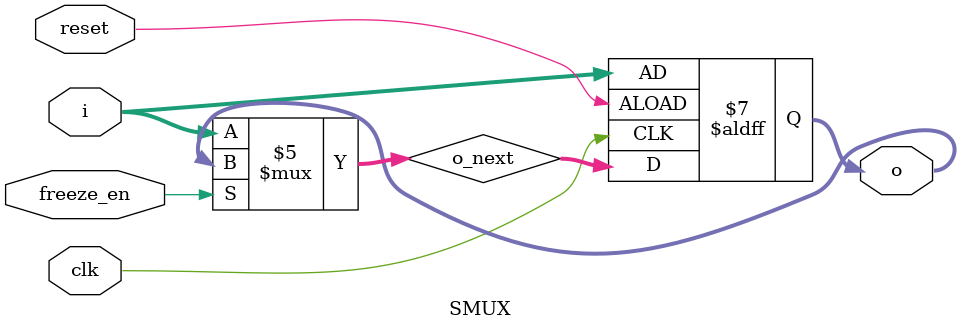
<source format=v>
`timescale 1ns / 1ps


module SMUX(
    input [3:0] i,
    input freeze_en,
    output [3:0] o,
    input clk,
    input reset
    );
    
reg [3:0] o, o_next;
    
always @(i or freeze_en)
begin
    if(freeze_en)
        o_next = o;
    else 
        o_next = i;
end

always @(posedge clk or negedge reset)
begin
    if (~reset)
        o <= i;
    else
        o <= o_next; 
end

endmodule

</source>
